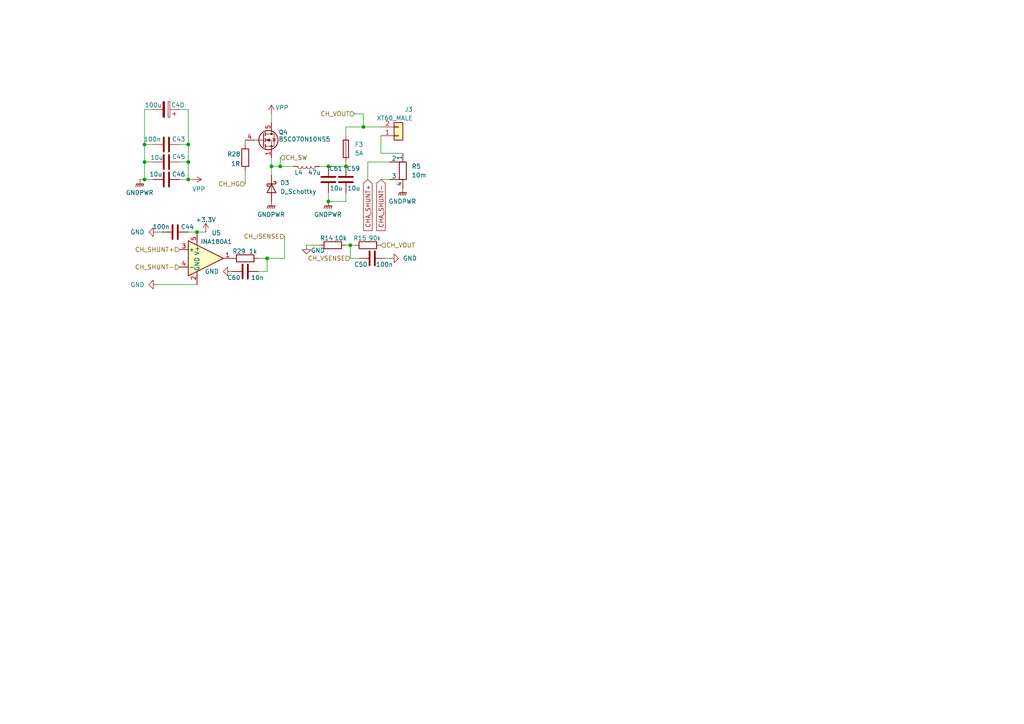
<source format=kicad_sch>
(kicad_sch (version 20250114) (generator "eeschema") (generator_version "9.0")
  (paper "A4")
  (lib_symbols
    (symbol "Amplifier_Current:INA180A1" (pin_names (offset 0.127))
      (property "Reference" "U" (at 3.81 3.81 0))
      (property "Value" "INA180A1" (at 3.81 -2.54 0))
      (symbol "INA180A1_0_1"
        (polyline (pts (xy 5.08 0) (xy -5.08 5.08) (xy -5.08 -5.08) (xy 5.08 0)) (stroke (width 0.254)) (fill (type background)))
      )
      (symbol "INA180A1_1_1"
        (pin input line (at -7.62 2.54 0) (length 2.54) (name "+") (number "3"))
        (pin input line (at -7.62 -2.54 0) (length 2.54) (name "-") (number "4"))
        (pin power_in line (at -2.54 7.62 270) (length 3.81) (name "V+") (number "5"))
        (pin power_in line (at -2.54 -7.62 90) (length 3.81) (name "GND") (number "2"))
        (pin output line (at 7.62 0 180) (length 2.54) (name "~") (number "1"))
      )
    )
    (symbol "Connector_Generic:Conn_01x02" (pin_names (offset 1.016) (hide yes))
      (property "Reference" "J" (at 0 2.54 0))
      (property "Value" "Conn_01x02" (at 0 -5.08 0))
      (symbol "Conn_01x02_1_1"
        (rectangle (start -1.27 1.27) (end 1.27 -3.81) (stroke (width 0.254)) (fill (type background)))
        (rectangle (start -1.27 0.127) (end 0 -0.127) (stroke (width 0.1524)))
        (rectangle (start -1.27 -2.413) (end 0 -2.667) (stroke (width 0.1524)))
        (pin passive line (at -5.08 0 0) (length 3.81) (name "Pin_1") (number "1"))
        (pin passive line (at -5.08 -2.54 0) (length 3.81) (name "Pin_2") (number "2"))
      )
    )
    (symbol "Device:C" (pin_numbers (hide yes)) (pin_names (offset 0.254))
      (property "Reference" "C" (at 0.635 2.54 0))
      (property "Value" "C" (at 0.635 -2.54 0))
      (symbol "C_0_1"
        (polyline (pts (xy -2.032 0.762) (xy 2.032 0.762)) (stroke (width 0.508)))
        (polyline (pts (xy -2.032 -0.762) (xy 2.032 -0.762)) (stroke (width 0.508)))
      )
      (symbol "C_1_1"
        (pin passive line (at 0 3.81 270) (length 2.794) (name "~") (number "1"))
        (pin passive line (at 0 -3.81 90) (length 2.794) (name "~") (number "2"))
      )
    )
    (symbol "Device:C_Polarized" (pin_numbers (hide yes)) (pin_names (offset 0.254))
      (property "Reference" "C" (at 0.635 2.54 0))
      (property "Value" "C_Polarized" (at 0.635 -2.54 0))
      (symbol "C_Polarized_0_1"
        (rectangle (start -2.286 0.508) (end 2.286 1.016))
        (polyline (pts (xy -1.778 2.286) (xy -0.762 2.286)))
        (polyline (pts (xy -1.27 2.794) (xy -1.27 1.778)))
        (rectangle (start 2.286 -0.508) (end -2.286 -1.016) (fill (type outline)))
      )
      (symbol "C_Polarized_1_1"
        (pin passive line (at 0 3.81 270) (length 2.794) (name "~") (number "1"))
        (pin passive line (at 0 -3.81 90) (length 2.794) (name "~") (number "2"))
      )
    )
    (symbol "Device:D_Schottky" (pin_numbers (hide yes)) (pin_names (offset 1.016) (hide yes))
      (property "Reference" "D" (at 0 2.54 0))
      (property "Value" "D_Schottky" (at 0 -2.54 0))
      (symbol "D_Schottky_0_1"
        (polyline (pts (xy -1.905 0.635) (xy -1.905 1.27) (xy -1.27 1.27) (xy -1.27 -1.27) (xy -0.635 -1.27) (xy -0.635 -0.635)) (stroke (width 0.254)))
        (polyline (pts (xy 1.27 1.27) (xy 1.27 -1.27) (xy -1.27 0) (xy 1.27 1.27)) (stroke (width 0.254)))
        (polyline (pts (xy 1.27 0) (xy -1.27 0)))
      )
      (symbol "D_Schottky_1_1"
        (pin passive line (at -3.81 0 0) (length 2.54) (name "K") (number "1"))
        (pin passive line (at 3.81 0 180) (length 2.54) (name "A") (number "2"))
      )
    )
    (symbol "Device:Fuse" (pin_numbers (hide yes)) (pin_names (offset 0))
      (property "Reference" "F" (at 2.032 0 90))
      (property "Value" "Fuse" (at -1.905 0 90))
      (symbol "Fuse_0_1"
        (rectangle (start -0.762 -2.54) (end 0.762 2.54) (stroke (width 0.254)))
        (polyline (pts (xy 0 2.54) (xy 0 -2.54)))
      )
      (symbol "Fuse_1_1"
        (pin passive line (at 0 3.81 270) (length 1.27) (name "~") (number "1"))
        (pin passive line (at 0 -3.81 90) (length 1.27) (name "~") (number "2"))
      )
    )
    (symbol "Device:L" (pin_numbers (hide yes)) (pin_names (offset 1.016) (hide yes))
      (property "Reference" "L" (at -1.27 0 90))
      (property "Value" "L" (at 1.905 0 90))
      (symbol "L_0_1"
        (arc (start 0 2.54) (mid 0.6323 1.905) (end 0 1.27))
        (arc (start 0 1.27) (mid 0.6323 0.635) (end 0 0))
        (arc (start 0 0) (mid 0.6323 -0.635) (end 0 -1.27))
        (arc (start 0 -1.27) (mid 0.6323 -1.905) (end 0 -2.54))
      )
      (symbol "L_1_1"
        (pin passive line (at 0 3.81 270) (length 1.27) (name "1") (number "1"))
        (pin passive line (at 0 -3.81 90) (length 1.27) (name "2") (number "2"))
      )
    )
    (symbol "Device:R" (pin_numbers (hide yes)) (pin_names (offset 0))
      (property "Reference" "R" (at 2.032 0 90))
      (property "Value" "R" (at 0 0 90))
      (symbol "R_0_1"
        (rectangle (start -1.016 -2.54) (end 1.016 2.54) (stroke (width 0.254)))
      )
      (symbol "R_1_1"
        (pin passive line (at 0 3.81 270) (length 1.27) (name "~") (number "1"))
        (pin passive line (at 0 -3.81 90) (length 1.27) (name "~") (number "2"))
      )
    )
    (symbol "Device:R_Shunt" (pin_numbers (hide yes)) (pin_names (offset 0))
      (property "Reference" "R" (at -4.445 0 90))
      (property "Value" "R_Shunt" (at -2.54 0 90))
      (symbol "R_Shunt_0_1"
        (rectangle (start -1.016 -2.54) (end 1.016 2.54) (stroke (width 0.254)))
        (polyline (pts (xy 0 -2.54) (xy 1.27 -2.54)))
        (polyline (pts (xy 1.27 2.54) (xy 0 2.54)))
      )
      (symbol "R_Shunt_1_1"
        (pin passive line (at 0 5.08 270) (length 2.54) (name "1") (number "1"))
        (pin passive line (at 0 -5.08 90) (length 2.54) (name "4") (number "4"))
        (pin passive line (at 3.81 2.54 180) (length 2.54) (name "2") (number "2"))
        (pin passive line (at 3.81 -2.54 180) (length 2.54) (name "3") (number "3"))
      )
    )
    (symbol "Transistor_FET:BSC070N10NS5" (pin_names (hide yes))
      (property "Reference" "Q" (at 5.08 1.905 0))
      (property "Value" "BSC070N10NS5" (at 5.08 0 0))
      (symbol "BSC070N10NS5_0_1"
        (polyline (pts (xy 0.254 1.905) (xy 0.254 -1.905)) (stroke (width 0.254)))
        (polyline (pts (xy 0.254 0) (xy -2.54 0)))
        (polyline (pts (xy 0.762 2.286) (xy 0.762 1.27)) (stroke (width 0.254)))
        (polyline (pts (xy 0.762 0.508) (xy 0.762 -0.508)) (stroke (width 0.254)))
        (polyline (pts (xy 0.762 -1.27) (xy 0.762 -2.286)) (stroke (width 0.254)))
        (polyline (pts (xy 0.762 -1.778) (xy 3.302 -1.778) (xy 3.302 1.778) (xy 0.762 1.778)))
        (polyline (pts (xy 1.016 0) (xy 2.032 0.381) (xy 2.032 -0.381) (xy 1.016 0)) (fill (type outline)))
        (circle (center 1.651 0) (radius 2.794) (stroke (width 0.254)))
        (polyline (pts (xy 2.54 2.54) (xy 2.54 1.778)))
        (circle (center 2.54 1.778) (radius 0.254) (fill (type outline)))
        (circle (center 2.54 -1.778) (radius 0.254) (fill (type outline)))
        (polyline (pts (xy 2.54 -2.54) (xy 2.54 0) (xy 0.762 0)))
        (polyline (pts (xy 2.794 0.508) (xy 2.921 0.381) (xy 3.683 0.381) (xy 3.81 0.254)))
        (polyline (pts (xy 3.302 0.381) (xy 2.921 -0.254) (xy 3.683 -0.254) (xy 3.302 0.381)))
      )
      (symbol "BSC070N10NS5_1_1"
        (pin passive line (at -5.08 0 0) (length 2.54) (name "G") (number "4"))
        (pin passive line (at 2.54 5.08 270) (length 2.54) (name "D") (number "5"))
        (pin passive line (at 2.54 -5.08 90) (length 2.54) (name "S") (number "1"))
        (pin passive line (at 2.54 -5.08 90) (length 2.54) (hide yes) (name "S") (number "2"))
        (pin passive line (at 2.54 -5.08 90) (length 2.54) (hide yes) (name "S") (number "3"))
      )
    )
    (symbol "power:+3.3V" (power) (pin_numbers (hide yes)) (pin_names (offset 0) (hide yes))
      (property "Value" "+3.3V" (at 0 3.556 0))
      (symbol "+3.3V_0_1"
        (polyline (pts (xy -0.762 1.27) (xy 0 2.54)))
        (polyline (pts (xy 0 2.54) (xy 0.762 1.27)))
        (polyline (pts (xy 0 0) (xy 0 2.54)))
      )
      (symbol "+3.3V_1_1"
        (pin power_in line (at 0 0 90) (length 0) (name "~") (number "1"))
      )
    )
    (symbol "power:GND" (power) (pin_numbers (hide yes)) (pin_names (offset 0) (hide yes))
      (property "Value" "GND" (at 0 -3.81 0))
      (symbol "GND_0_1"
        (polyline (pts (xy 0 0) (xy 0 -1.27) (xy 1.27 -1.27) (xy 0 -2.54) (xy -1.27 -1.27) (xy 0 -1.27)))
      )
      (symbol "GND_1_1"
        (pin power_in line (at 0 0 270) (length 0) (name "~") (number "1"))
      )
    )
    (symbol "power:GNDPWR" (power) (pin_numbers (hide yes)) (pin_names (offset 0) (hide yes))
      (property "Value" "GNDPWR" (at 0 -3.302 0))
      (symbol "GNDPWR_0_1"
        (polyline (pts (xy -1.016 -1.27) (xy -1.27 -2.032) (xy -1.27 -2.032)) (stroke (width 0.2032)))
        (polyline (pts (xy -0.508 -1.27) (xy -0.762 -2.032) (xy -0.762 -2.032)) (stroke (width 0.2032)))
        (polyline (pts (xy 0 -1.27) (xy 0 0)))
        (polyline (pts (xy 0 -1.27) (xy -0.254 -2.032) (xy -0.254 -2.032)) (stroke (width 0.2032)))
        (polyline (pts (xy 0.508 -1.27) (xy 0.254 -2.032) (xy 0.254 -2.032)) (stroke (width 0.2032)))
        (polyline (pts (xy 1.016 -1.27) (xy -1.016 -1.27) (xy -1.016 -1.27)) (stroke (width 0.2032)))
        (polyline (pts (xy 1.016 -1.27) (xy 0.762 -2.032) (xy 0.762 -2.032) (xy 0.762 -2.032)) (stroke (width 0.2032)))
      )
      (symbol "GNDPWR_1_1"
        (pin power_in line (at 0 0 270) (length 0) (name "~") (number "1"))
      )
    )
    (symbol "power:VPP" (power) (pin_numbers (hide yes)) (pin_names (offset 0) (hide yes))
      (property "Value" "VPP" (at 0 3.556 0))
      (symbol "VPP_0_1"
        (polyline (pts (xy -0.762 1.27) (xy 0 2.54)))
        (polyline (pts (xy 0 2.54) (xy 0.762 1.27)))
        (polyline (pts (xy 0 0) (xy 0 2.54)))
      )
      (symbol "VPP_1_1"
        (pin power_in line (at 0 0 90) (length 0) (name "~") (number "1"))
      )
    )
  )
  (junction (at 105.41 36.83))
  (junction (at 54.61 52.07))
  (junction (at 41.91 41.91))
  (junction (at 41.91 52.07))
  (junction (at 95.25 58.42))
  (junction (at 78.74 48.26))
  (junction (at 100.33 48.26))
  (junction (at 81.28 48.26))
  (junction (at 77.47 74.93))
  (junction (at 101.6 71.12))
  (junction (at 54.61 41.91))
  (junction (at 41.91 46.99))
  (junction (at 95.25 48.26))
  (junction (at 54.61 46.99))
  (junction (at 57.15 67.31))
  (wire (pts (xy 100.33 55.88) (xy 100.33 58.42)))
  (wire (pts (xy 54.61 41.91) (xy 52.07 41.91)))
  (wire (pts (xy 110.49 44.45) (xy 116.84 44.45)))
  (wire (pts (xy 82.55 68.58) (xy 82.55 74.93)))
  (wire (pts (xy 41.91 46.99) (xy 44.45 46.99)))
  (wire (pts (xy 100.33 58.42) (xy 95.25 58.42)))
  (wire (pts (xy 77.47 74.93) (xy 77.47 78.74)))
  (wire (pts (xy 71.12 41.91) (xy 71.12 40.64)))
  (wire (pts (xy 52.07 31.75) (xy 54.61 31.75)))
  (wire (pts (xy 101.6 71.12) (xy 101.6 74.93)))
  (wire (pts (xy 78.74 33.02) (xy 78.74 35.56)))
  (wire (pts (xy 44.45 31.75) (xy 41.91 31.75)))
  (wire (pts (xy 41.91 41.91) (xy 44.45 41.91)))
  (wire (pts (xy 92.71 48.26) (xy 95.25 48.26)))
  (wire (pts (xy 106.68 52.07) (xy 106.68 46.99)))
  (wire (pts (xy 54.61 52.07) (xy 52.07 52.07)))
  (wire (pts (xy 105.41 33.02) (xy 105.41 36.83)))
  (wire (pts (xy 81.28 48.26) (xy 85.09 48.26)))
  (wire (pts (xy 102.87 33.02) (xy 105.41 33.02)))
  (wire (pts (xy 100.33 71.12) (xy 101.6 71.12)))
  (wire (pts (xy 78.74 45.72) (xy 78.74 48.26)))
  (wire (pts (xy 54.61 41.91) (xy 54.61 46.99)))
  (wire (pts (xy 110.49 39.37) (xy 110.49 44.45)))
  (wire (pts (xy 110.49 52.07) (xy 113.03 52.07)))
  (wire (pts (xy 41.91 31.75) (xy 41.91 41.91)))
  (wire (pts (xy 54.61 46.99) (xy 54.61 52.07)))
  (wire (pts (xy 95.25 55.88) (xy 95.25 58.42)))
  (wire (pts (xy 101.6 71.12) (xy 102.87 71.12)))
  (wire (pts (xy 78.74 48.26) (xy 81.28 48.26)))
  (wire (pts (xy 104.14 74.93) (xy 101.6 74.93)))
  (wire (pts (xy 54.61 46.99) (xy 52.07 46.99)))
  (wire (pts (xy 71.12 53.34) (xy 71.12 49.53)))
  (wire (pts (xy 111.76 74.93) (xy 113.03 74.93)))
  (wire (pts (xy 54.61 31.75) (xy 54.61 41.91)))
  (wire (pts (xy 78.74 48.26) (xy 78.74 50.8)))
  (wire (pts (xy 88.9 71.12) (xy 92.71 71.12)))
  (wire (pts (xy 45.72 82.55) (xy 57.15 82.55)))
  (wire (pts (xy 45.72 67.31) (xy 46.99 67.31)))
  (wire (pts (xy 81.28 45.72) (xy 81.28 48.26)))
  (wire (pts (xy 54.61 52.07) (xy 55.88 52.07)))
  (wire (pts (xy 100.33 36.83) (xy 105.41 36.83)))
  (wire (pts (xy 41.91 52.07) (xy 44.45 52.07)))
  (wire (pts (xy 40.64 52.07) (xy 41.91 52.07)))
  (wire (pts (xy 41.91 41.91) (xy 41.91 46.99)))
  (wire (pts (xy 100.33 36.83) (xy 100.33 39.37)))
  (wire (pts (xy 57.15 67.31) (xy 59.69 67.31)))
  (wire (pts (xy 105.41 36.83) (xy 110.49 36.83)))
  (wire (pts (xy 54.61 67.31) (xy 57.15 67.31)))
  (wire (pts (xy 95.25 48.26) (xy 100.33 48.26)))
  (wire (pts (xy 106.68 46.99) (xy 113.03 46.99)))
  (wire (pts (xy 41.91 46.99) (xy 41.91 52.07)))
  (wire (pts (xy 82.55 74.93) (xy 77.47 74.93)))
  (wire (pts (xy 77.47 78.74) (xy 74.93 78.74)))
  (wire (pts (xy 77.47 74.93) (xy 74.93 74.93)))
  (wire (pts (xy 100.33 46.99) (xy 100.33 48.26)))
  (global_label "CHA_SHUNT+" (shape input) (at 106.68 52.07 270) (property "Intersheetrefs" "${INTERSHEET_REFS}" (effects (hide yes))))
  (global_label "CHA_SHUNT-" (shape input) (at 110.49 52.07 270) (property "Intersheetrefs" "${INTERSHEET_REFS}" (effects (hide yes))))
  (hierarchical_label "CH_ISENSE" (shape input) (at 82.55 68.58 180))
  (hierarchical_label "CH_SHUNT-" (shape input) (at 52.07 77.47 180))
  (hierarchical_label "CH_SW" (shape input) (at 81.28 45.72 0))
  (hierarchical_label "CH_VOUT" (shape input) (at 102.87 33.02 180))
  (hierarchical_label "CH_VOUT" (shape input) (at 110.49 71.12 0))
  (hierarchical_label "CH_HG" (shape input) (at 71.12 53.34 180))
  (hierarchical_label "CH_SHUNT+" (shape input) (at 52.07 72.39 180))
  (hierarchical_label "CH_VSENSE" (shape input) (at 101.6 74.93 180))
  (symbol (lib_id "Device:C") (at 48.26 52.07 270) (mirror x) (unit 1)
    (property "Reference" "C46" (at 51.816 50.546 90))
    (property "Value" "10u" (at 45.212 50.546 90))
    (property "Footprint" "Capacitor_SMD:C_1206_3216Metric" (effects (hide yes)))
    (property "Description" "Unpolarized capacitor" (effects (hide yes)))
    (instances (project "SmartTBBatteryChargerNewTest" (path "" (reference "C46") (unit 1)) (path "" (reference "C49") (unit 1))))
  )
  (symbol (lib_id "Amplifier_Current:INA180A1") (at 59.69 74.93 0) (unit 1)
    (property "Reference" "U5" (at 62.738 67.564 0))
    (property "Value" "INA180A1" (at 62.738 70.104 0))
    (property "Footprint" "Package_TO_SOT_SMD:SOT-23-5" (effects (hide yes)))
    (property "Datasheet" "http://www.ti.com/lit/ds/symlink/ina180.pdf" (effects (hide yes)))
    (property "Description" "Current Sense Amplifier, 1 Circuit, Rail-to-Rail, 26V, Gain 20 V/V, SOT-23-5" (effects (hide yes)))
    (instances (project "SmartTBBatteryChargerNewTest" (path "" (reference "U5") (unit 1)) (path "" (reference "U7") (unit 1))))
  )
  (symbol (lib_id "Device:C") (at 100.33 52.07 0) (mirror y) (unit 1)
    (property "Reference" "C59" (at 102.489 48.895 0))
    (property "Value" "10u" (at 102.616 54.61 0))
    (property "Footprint" "Capacitor_SMD:C_1206_3216Metric" (effects (hide yes)))
    (property "Description" "Unpolarized capacitor" (effects (hide yes)))
    (instances (project "SmartTBBatteryChargerNewTest" (path "" (reference "C59") (unit 1)) (path "" (reference "C64") (unit 1))))
  )
  (symbol (lib_id "Device:C_Polarized") (at 48.26 31.75 270) (mirror x) (unit 1)
    (property "Reference" "C40" (at 51.562 30.48 90))
    (property "Value" "100u" (at 44.45 30.48 90))
    (property "Footprint" "Capacitor_THT:CP_Radial_D6.3mm_P2.50mm" (effects (hide yes)))
    (property "Description" "Polarized capacitor" (effects (hide yes)))
    (instances (project "SmartTBBatteryChargerNewTest" (path "" (reference "C40") (unit 1)) (path "" (reference "C41") (unit 1))))
  )
  (symbol (lib_id "power:GNDPWR") (at 95.25 58.42 0) (unit 1)
    (property "Reference" "#PWR049" (effects (hide yes)))
    (property "Value" "GNDPWR" (at 95.123 62.23 0))
    (property "Description" "Power symbol creates a global label with name \"GNDPWR\" , global ground" (effects (hide yes)))
    (instances (project "SmartTBBatteryChargerNewTest" (path "" (reference "#PWR049") (unit 1)) (path "" (reference "#PWR083") (unit 1))))
  )
  (symbol (lib_id "Device:R_Shunt") (at 116.84 49.53 0) (mirror y) (unit 1)
    (property "Reference" "R5" (at 119.38 48.2599 0) (effects (justify right)))
    (property "Value" "10m" (at 119.38 50.7999 0) (effects (justify right)))
    (property "Footprint" "Resistor_SMD:R_Shunt_Vishay_WSK2512_6332Metric_T1.19mm" (effects (hide yes)))
    (property "Description" "Shunt resistor" (effects (hide yes)))
    (instances (project "SmartTBBatteryChargerNewTest" (path "" (reference "R5") (unit 1)) (path "" (reference "R6") (unit 1))))
  )
  (symbol (lib_id "power:VPP") (at 55.88 52.07 270) (mirror x) (unit 1)
    (property "Reference" "#PWR048" (effects (hide yes)))
    (property "Value" "VPP" (at 57.658 54.864 90))
    (property "Description" "Power symbol creates a global label with name \"VPP\"" (effects (hide yes)))
    (instances (project "SmartTBBatteryChargerNewTest" (path "" (reference "#PWR048") (unit 1)) (path "" (reference "#PWR054") (unit 1))))
  )
  (symbol (lib_id "power:GNDPWR") (at 40.64 52.07 0) (unit 1)
    (property "Reference" "#PWR077" (effects (hide yes)))
    (property "Value" "GNDPWR" (at 40.513 55.88 0))
    (property "Description" "Power symbol creates a global label with name \"GNDPWR\" , global ground" (effects (hide yes)))
    (instances (project "SmartTBBatteryChargerNewTest" (path "" (reference "#PWR077") (unit 1)) (path "" (reference "#PWR079") (unit 1))))
  )
  (symbol (lib_id "Device:R") (at 106.68 71.12 90) (unit 1)
    (property "Reference" "R15" (at 104.394 69.088 90))
    (property "Value" "90k" (at 108.712 69.088 90))
    (property "Footprint" "Resistor_SMD:R_0603_1608Metric" (effects (hide yes)))
    (property "Description" "Resistor" (effects (hide yes)))
    (instances (project "SmartTBBatteryChargerNewTest" (path "" (reference "R15") (unit 1)) (path "" (reference "R23") (unit 1))))
  )
  (symbol (lib_id "Device:L") (at 88.9 48.26 90) (mirror x) (unit 1)
    (property "Reference" "L4" (at 86.614 50.038 90))
    (property "Value" "47u" (at 91.186 50.038 90))
    (property "Footprint" "Inductor_SMD:L_Coilcraft_MSS1260-XXX" (effects (hide yes)))
    (property "Description" "Inductor" (effects (hide yes)))
    (instances (project "SmartTBBatteryChargerNewTest" (path "" (reference "L4") (unit 1)) (path "" (reference "L5") (unit 1))))
  )
  (symbol (lib_id "power:+3.3V") (at 59.69 67.31 0) (unit 1)
    (property "Reference" "#PWR032" (effects (hide yes)))
    (property "Value" "+3.3V" (at 59.69 63.754 0))
    (property "Description" "Power symbol creates a global label with name \"+3.3V\"" (effects (hide yes)))
    (instances (project "SmartTBBatteryChargerNewTest" (path "" (reference "#PWR032") (unit 1)) (path "" (reference "#PWR033") (unit 1))))
  )
  (symbol (lib_id "Device:C") (at 48.26 46.99 270) (mirror x) (unit 1)
    (property "Reference" "C45" (at 51.816 45.466 90))
    (property "Value" "10u" (at 45.466 45.72 90))
    (property "Footprint" "Capacitor_SMD:C_1206_3216Metric" (effects (hide yes)))
    (property "Description" "Unpolarized capacitor" (effects (hide yes)))
    (instances (project "SmartTBBatteryChargerNewTest" (path "" (reference "C45") (unit 1)) (path "" (reference "C48") (unit 1))))
  )
  (symbol (lib_id "Device:R") (at 96.52 71.12 90) (unit 1)
    (property "Reference" "R14" (at 94.742 69.088 90))
    (property "Value" "10k" (at 98.806 69.088 90))
    (property "Footprint" "Resistor_SMD:R_0603_1608Metric" (effects (hide yes)))
    (property "Description" "Resistor" (effects (hide yes)))
    (instances (project "SmartTBBatteryChargerNewTest" (path "" (reference "R14") (unit 1)) (path "" (reference "R22") (unit 1))))
  )
  (symbol (lib_id "power:GND") (at 88.9 71.12 0) (unit 1)
    (property "Reference" "#PWR052" (effects (hide yes)))
    (property "Value" "GND" (at 92.202 72.644 0))
    (property "Description" "Power symbol creates a global label with name \"GND\" , ground" (effects (hide yes)))
    (instances (project "SmartTBBatteryChargerNewTest" (path "" (reference "#PWR052") (unit 1)) (path "" (reference "#PWR082") (unit 1))))
  )
  (symbol (lib_id "power:GNDPWR") (at 116.84 54.61 0) (unit 1)
    (property "Reference" "#PWR070" (effects (hide yes)))
    (property "Value" "GNDPWR" (at 116.713 58.42 0))
    (property "Description" "Power symbol creates a global label with name \"GNDPWR\" , global ground" (effects (hide yes)))
    (instances (project "SmartTBBatteryChargerNewTest" (path "" (reference "#PWR070") (unit 1)) (path "" (reference "#PWR085") (unit 1))))
  )
  (symbol (lib_id "Device:D_Schottky") (at 78.74 54.61 270) (unit 1)
    (property "Reference" "D3" (at 81.28 53.0224 90) (effects (justify left)))
    (property "Value" "D_Schottky" (at 81.28 55.5624 90) (effects (justify left)))
    (property "Footprint" "Diode_SMD:D_PowerDI-5" (effects (hide yes)))
    (property "Description" "Schottky diode" (effects (hide yes)))
    (instances (project "SmartTBBatteryChargerNewTest" (path "" (reference "D3") (unit 1)) (path "" (reference "D11") (unit 1))))
  )
  (symbol (lib_id "power:GND") (at 113.03 74.93 90) (unit 1)
    (property "Reference" "#PWR053" (effects (hide yes)))
    (property "Value" "GND" (at 116.84 74.9299 90) (effects (justify right)))
    (property "Description" "Power symbol creates a global label with name \"GND\" , ground" (effects (hide yes)))
    (instances (project "SmartTBBatteryChargerNewTest" (path "" (reference "#PWR053") (unit 1)) (path "" (reference "#PWR084") (unit 1))))
  )
  (symbol (lib_id "Device:Fuse") (at 100.33 43.18 0) (unit 1)
    (property "Reference" "F3" (at 102.87 41.9099 0) (effects (justify left)))
    (property "Value" "5A" (at 102.87 44.4499 0) (effects (justify left)))
    (property "Footprint" "Fuse:Fuse_1206_3216Metric" (effects (hide yes)))
    (property "Description" "Fuse" (effects (hide yes)))
    (instances (project "SmartTBBatteryChargerNewTest" (path "" (reference "F3") (unit 1)) (path "" (reference "F4") (unit 1))))
  )
  (symbol (lib_id "power:GNDPWR") (at 78.74 58.42 0) (unit 1)
    (property "Reference" "#PWR047" (effects (hide yes)))
    (property "Value" "GNDPWR" (at 78.613 62.23 0))
    (property "Description" "Power symbol creates a global label with name \"GNDPWR\" , global ground" (effects (hide yes)))
    (instances (project "SmartTBBatteryChargerNewTest" (path "" (reference "#PWR047") (unit 1)) (path "" (reference "#PWR061") (unit 1))))
  )
  (symbol (lib_id "Connector_Generic:Conn_01x02") (at 115.57 39.37 0) (mirror x) (unit 1)
    (property "Reference" "J3" (at 117.348 31.75 0) (effects (justify left)))
    (property "Value" "XT60_MALE" (at 109.22 34.29 0) (effects (justify left)))
    (property "Footprint" "Connector_AMASS:AMASS_XT30U-M_1x02_P5.0mm_Vertical" (effects (hide yes)))
    (property "Description" "Generic connector, single row, 01x02, script generated (kicad-library-utils/schlib/autogen/connector/)" (effects (hide yes)))
    (instances (project "SmartTBBatteryChargerNewTest" (path "" (reference "J3") (unit 1)) (path "" (reference "J4") (unit 1))))
  )
  (symbol (lib_id "Device:R") (at 71.12 45.72 180) (unit 1)
    (property "Reference" "R28" (at 67.818 44.704 0))
    (property "Value" "1R" (at 68.326 47.498 0))
    (property "Footprint" "Resistor_SMD:R_0603_1608Metric" (effects (hide yes)))
    (property "Description" "Resistor" (effects (hide yes)))
    (instances (project "SmartTBBatteryChargerNewTest" (path "" (reference "R28") (unit 1)) (path "" (reference "R33") (unit 1))))
  )
  (symbol (lib_id "Device:C") (at 95.25 52.07 0) (mirror y) (unit 1)
    (property "Reference" "C61" (at 97.409 48.895 0))
    (property "Value" "10u" (at 97.536 54.61 0))
    (property "Footprint" "Capacitor_SMD:C_1206_3216Metric" (effects (hide yes)))
    (property "Description" "Unpolarized capacitor" (effects (hide yes)))
    (instances (project "SmartTBBatteryChargerNewTest" (path "" (reference "C61") (unit 1)) (path "" (reference "C63") (unit 1))))
  )
  (symbol (lib_id "Device:C") (at 50.8 67.31 270) (mirror x) (unit 1)
    (property "Reference" "C44" (at 54.356 65.786 90))
    (property "Value" "100n" (at 46.736 65.786 90))
    (property "Footprint" "Capacitor_SMD:C_0603_1608Metric" (effects (hide yes)))
    (property "Description" "Unpolarized capacitor" (effects (hide yes)))
    (instances (project "SmartTBBatteryChargerNewTest" (path "" (reference "C44") (unit 1)) (path "" (reference "C51") (unit 1))))
  )
  (symbol (lib_id "power:GND") (at 45.72 67.31 270) (unit 1)
    (property "Reference" "#PWR072" (effects (hide yes)))
    (property "Value" "GND" (at 41.91 67.3099 90) (effects (justify right)))
    (property "Description" "Power symbol creates a global label with name \"GND\" , ground" (effects (hide yes)))
    (instances (project "SmartTBBatteryChargerNewTest" (path "" (reference "#PWR072") (unit 1)) (path "" (reference "#PWR075") (unit 1))))
  )
  (symbol (lib_id "Device:R") (at 71.12 74.93 90) (unit 1)
    (property "Reference" "R29" (at 69.342 72.898 90))
    (property "Value" "1k" (at 73.406 72.898 90))
    (property "Footprint" "Resistor_SMD:R_0603_1608Metric" (effects (hide yes)))
    (property "Description" "Resistor" (effects (hide yes)))
    (instances (project "SmartTBBatteryChargerNewTest" (path "" (reference "R29") (unit 1)) (path "" (reference "R34") (unit 1))))
  )
  (symbol (lib_id "power:VPP") (at 78.74 33.02 0) (mirror y) (unit 1)
    (property "Reference" "#PWR050" (effects (hide yes)))
    (property "Value" "VPP" (at 81.788 31.242 0))
    (property "Description" "Power symbol creates a global label with name \"VPP\"" (effects (hide yes)))
    (instances (project "SmartTBBatteryChargerNewTest" (path "" (reference "#PWR050") (unit 1)) (path "" (reference "#PWR059") (unit 1))))
  )
  (symbol (lib_id "Transistor_FET:BSC070N10NS5") (at 76.2 40.64 0) (unit 1)
    (property "Reference" "Q4" (at 80.772 38.354 0) (effects (justify left)))
    (property "Value" "BSC070N10NS5" (at 80.772 40.386 0) (effects (justify left)))
    (property "Footprint" "Package_TO_SOT_SMD:TDSON-8-1" (effects (hide yes)))
    (property "Datasheet" "http://www.infineon.com/dgdl/Infineon-BSC070N10NS5-DS-v02_01-EN.pdf?fileId=5546d4624a0bf290014a0fc62d9d6b3c" (effects (hide yes)))
    (property "Description" "80A Id, 100V Vds, OptiMOS N-Channel Power MOSFET, 7.0mOhm Ron, Qg (typ) 30.0nC, PG-TDSON-8" (effects (hide yes)))
    (instances (project "SmartTBBatteryChargerNewTest" (path "" (reference "Q4") (unit 1)) (path "" (reference "Q5") (unit 1))))
  )
  (symbol (lib_id "power:GND") (at 45.72 82.55 270) (unit 1)
    (property "Reference" "#PWR073" (effects (hide yes)))
    (property "Value" "GND" (at 41.91 82.5499 90) (effects (justify right)))
    (property "Description" "Power symbol creates a global label with name \"GND\" , ground" (effects (hide yes)))
    (instances (project "SmartTBBatteryChargerNewTest" (path "" (reference "#PWR073") (unit 1)) (path "" (reference "#PWR080") (unit 1))))
  )
  (symbol (lib_id "power:GND") (at 67.31 78.74 270) (unit 1)
    (property "Reference" "#PWR074" (effects (hide yes)))
    (property "Value" "GND" (at 63.5 78.7399 90) (effects (justify right)))
    (property "Description" "Power symbol creates a global label with name \"GND\" , ground" (effects (hide yes)))
    (instances (project "SmartTBBatteryChargerNewTest" (path "" (reference "#PWR074") (unit 1)) (path "" (reference "#PWR081") (unit 1))))
  )
  (symbol (lib_id "Device:C") (at 48.26 41.91 270) (mirror x) (unit 1)
    (property "Reference" "C43" (at 51.816 40.386 90))
    (property "Value" "100n" (at 44.196 40.386 90))
    (property "Footprint" "Capacitor_SMD:C_0603_1608Metric" (effects (hide yes)))
    (property "Description" "Unpolarized capacitor" (effects (hide yes)))
    (instances (project "SmartTBBatteryChargerNewTest" (path "" (reference "C43") (unit 1)) (path "" (reference "C47") (unit 1))))
  )
  (symbol (lib_id "Device:C") (at 107.95 74.93 270) (unit 1)
    (property "Reference" "C50" (at 104.648 76.708 90))
    (property "Value" "100n" (at 111.506 76.708 90))
    (property "Footprint" "Capacitor_SMD:C_0603_1608Metric" (effects (hide yes)))
    (property "Description" "Unpolarized capacitor" (effects (hide yes)))
    (instances (project "SmartTBBatteryChargerNewTest" (path "" (reference "C50") (unit 1)) (path "" (reference "C52") (unit 1))))
  )
  (symbol (lib_id "Device:C") (at 71.12 78.74 270) (unit 1)
    (property "Reference" "C60" (at 67.818 80.518 90))
    (property "Value" "10n" (at 74.676 80.518 90))
    (property "Footprint" "Capacitor_SMD:C_0603_1608Metric" (effects (hide yes)))
    (property "Description" "Unpolarized capacitor" (effects (hide yes)))
    (instances (project "SmartTBBatteryChargerNewTest" (path "" (reference "C60") (unit 1)) (path "" (reference "C62") (unit 1))))
  )
)
</source>
